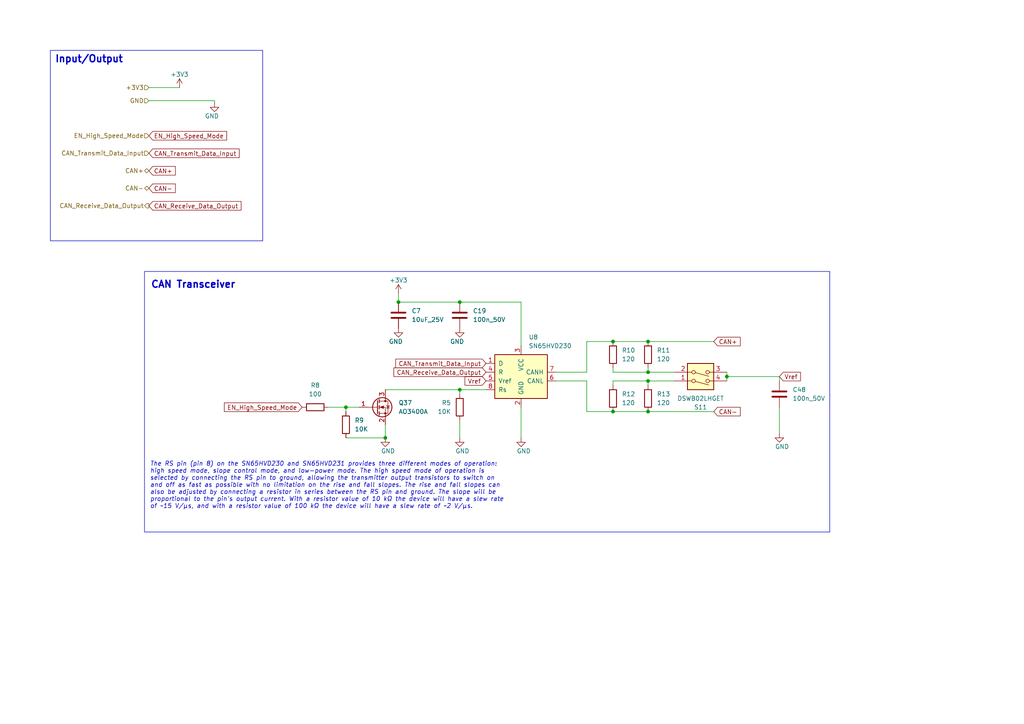
<source format=kicad_sch>
(kicad_sch (version 20231120) (generator "eeschema") (generator_version "8.0")
  (paper "A4")
  (lib_symbols
    (symbol "_C_0402:100n_50V" (pin_numbers hide) (pin_names (offset 0.254))
      (property "Reference" "C" (at 0.635 2.54 0))
      (property "Value" "100n_50V" (at 0.635 -2.54 0))
      (symbol "100n_50V_0_1"
        (polyline (pts (xy -2.032 -0.762) (xy 2.032 -0.762)) (stroke (width 0.508)))
        (polyline (pts (xy -2.032 0.762) (xy 2.032 0.762)) (stroke (width 0.508)))
      )
      (symbol "100n_50V_1_1"
        (pin passive line (at 0 3.81 270) (length 2.794) (name "~") (number "1"))
        (pin passive line (at 0 -3.81 90) (length 2.794) (name "~") (number "2"))
      )
    )
    (symbol "_C_0603:10uF_25V" (pin_numbers hide) (pin_names (offset 0.254))
      (property "Reference" "C" (at 0.635 2.54 0))
      (property "Value" "10uF_25V" (at 0.635 -2.54 0))
      (symbol "10uF_25V_0_1"
        (polyline (pts (xy -2.032 -0.762) (xy 2.032 -0.762)) (stroke (width 0.508)))
        (polyline (pts (xy -2.032 0.762) (xy 2.032 0.762)) (stroke (width 0.508)))
      )
      (symbol "10uF_25V_1_1"
        (pin passive line (at 0 3.81 270) (length 2.794) (name "~") (number "1"))
        (pin passive line (at 0 -3.81 90) (length 2.794) (name "~") (number "2"))
      )
    )
    (symbol "_Interface_CAN_LIN:SN65HVD230" (pin_names (offset 1.016))
      (property "Reference" "U" (at -2.54 10.16 0))
      (property "Value" "SN65HVD230" (at -2.54 7.62 0))
      (symbol "SN65HVD230_0_1"
        (rectangle (start -7.62 5.08) (end 7.62 -7.62) (stroke (width 0.254)) (fill (type background)))
      )
      (symbol "SN65HVD230_1_1"
        (pin input line (at -10.16 2.54 0) (length 2.54) (name "D") (number "1"))
        (pin power_in line (at 0 -10.16 90) (length 2.54) (name "GND") (number "2"))
        (pin power_in line (at 0 7.62 270) (length 2.54) (name "VCC") (number "3"))
        (pin output line (at -10.16 0 0) (length 2.54) (name "R") (number "4"))
        (pin output line (at -10.16 -2.54 0) (length 2.54) (name "Vref") (number "5"))
        (pin bidirectional line (at 10.16 -2.54 180) (length 2.54) (name "CANL") (number "6"))
        (pin bidirectional line (at 10.16 0 180) (length 2.54) (name "CANH") (number "7"))
        (pin input line (at -10.16 -5.08 0) (length 2.54) (name "Rs") (number "8"))
      )
    )
    (symbol "_R_0402:100" (pin_numbers hide) (pin_names (offset 0))
      (property "Reference" "R" (at 2.032 0 90))
      (property "Value" "100" (at 0 0 90))
      (symbol "100_0_1"
        (rectangle (start -1.016 -2.54) (end 1.016 2.54) (stroke (width 0.254)))
      )
      (symbol "100_1_1"
        (pin passive line (at 0 3.81 270) (length 1.27) (name "~") (number "1"))
        (pin passive line (at 0 -3.81 90) (length 1.27) (name "~") (number "2"))
      )
    )
    (symbol "_R_0402:10K" (pin_numbers hide) (pin_names (offset 0))
      (property "Reference" "R" (at 2.032 0 90))
      (property "Value" "10K" (at 0 0 90))
      (symbol "10K_0_1"
        (rectangle (start -1.016 -2.54) (end 1.016 2.54) (stroke (width 0.254)))
      )
      (symbol "10K_1_1"
        (pin passive line (at 0 3.81 270) (length 1.27) (name "~") (number "1"))
        (pin passive line (at 0 -3.81 90) (length 1.27) (name "~") (number "2"))
      )
    )
    (symbol "_R_0402:120" (pin_numbers hide) (pin_names (offset 0))
      (property "Reference" "R" (at 2.032 0 90))
      (property "Value" "120" (at 0 0 90))
      (symbol "120_0_1"
        (rectangle (start -1.016 -2.54) (end 1.016 2.54) (stroke (width 0.254)))
      )
      (symbol "120_1_1"
        (pin passive line (at 0 3.81 270) (length 1.27) (name "~") (number "1"))
        (pin passive line (at 0 -3.81 90) (length 1.27) (name "~") (number "2"))
      )
    )
    (symbol "_R_0603:10K" (pin_numbers hide) (pin_names (offset 0))
      (property "Reference" "R" (at 2.032 0 90))
      (property "Value" "10K" (at 0 0 90))
      (symbol "10K_0_1"
        (rectangle (start -1.016 -2.54) (end 1.016 2.54) (stroke (width 0.254)))
      )
      (symbol "10K_1_1"
        (pin passive line (at 0 3.81 270) (length 1.27) (name "~") (number "1"))
        (pin passive line (at 0 -3.81 90) (length 1.27) (name "~") (number "2"))
      )
    )
    (symbol "_Switch:DSWB02LHGET" (pin_names (offset 0) hide)
      (property "Reference" "S" (at 0 6.35 0))
      (property "Value" "DSWB02LHGET" (at 0 -3.81 0))
      (symbol "DSWB02LHGET_0_0"
        (circle (center -2.032 0) (radius 0.508))
        (circle (center -2.032 2.54) (radius 0.508))
        (polyline (pts (xy -1.524 0.127) (xy 2.3622 1.1684)))
        (polyline (pts (xy -1.524 2.667) (xy 2.3622 3.7084)))
        (circle (center 2.032 0) (radius 0.508))
        (circle (center 2.032 2.54) (radius 0.508))
      )
      (symbol "DSWB02LHGET_0_1"
        (rectangle (start -3.81 5.08) (end 3.81 -2.54) (stroke (width 0.254)) (fill (type background)))
      )
      (symbol "DSWB02LHGET_1_1"
        (pin passive line (at -7.62 2.54 0) (length 5.08) (name "~") (number "1"))
        (pin passive line (at -7.62 0 0) (length 5.08) (name "~") (number "2"))
        (pin passive line (at 7.62 0 180) (length 5.08) (name "~") (number "3"))
        (pin passive line (at 7.62 2.54 180) (length 5.08) (name "~") (number "4"))
      )
    )
    (symbol "_Transistor_FET:AO3400A" (pin_names hide)
      (property "Reference" "Q" (at 5.08 1.905 0))
      (property "Value" "AO3400A" (at 5.08 0 0))
      (symbol "AO3400A_0_1"
        (polyline (pts (xy 0.254 0) (xy -2.54 0)))
        (polyline (pts (xy 0.254 1.905) (xy 0.254 -1.905)) (stroke (width 0.254)))
        (polyline (pts (xy 0.762 -1.27) (xy 0.762 -2.286)) (stroke (width 0.254)))
        (polyline (pts (xy 0.762 0.508) (xy 0.762 -0.508)) (stroke (width 0.254)))
        (polyline (pts (xy 0.762 2.286) (xy 0.762 1.27)) (stroke (width 0.254)))
        (polyline (pts (xy 2.54 2.54) (xy 2.54 1.778)))
        (polyline (pts (xy 2.54 -2.54) (xy 2.54 0) (xy 0.762 0)))
        (polyline (pts (xy 0.762 -1.778) (xy 3.302 -1.778) (xy 3.302 1.778) (xy 0.762 1.778)))
        (polyline (pts (xy 1.016 0) (xy 2.032 0.381) (xy 2.032 -0.381) (xy 1.016 0)) (fill (type outline)))
        (polyline (pts (xy 2.794 0.508) (xy 2.921 0.381) (xy 3.683 0.381) (xy 3.81 0.254)))
        (polyline (pts (xy 3.302 0.381) (xy 2.921 -0.254) (xy 3.683 -0.254) (xy 3.302 0.381)))
        (circle (center 1.651 0) (radius 2.794) (stroke (width 0.254)))
        (circle (center 2.54 -1.778) (radius 0.254) (fill (type outline)))
        (circle (center 2.54 1.778) (radius 0.254) (fill (type outline)))
      )
      (symbol "AO3400A_1_1"
        (pin input line (at -5.08 0 0) (length 2.54) (name "G") (number "1"))
        (pin passive line (at 2.54 -5.08 90) (length 2.54) (name "S") (number "2"))
        (pin passive line (at 2.54 5.08 270) (length 2.54) (name "D") (number "3"))
      )
    )
    (symbol "power:+3V3" (power) (pin_names (offset 0))
      (property "Value" "+3V3" (at 0 3.556 0))
      (symbol "+3V3_0_1"
        (polyline (pts (xy -0.762 1.27) (xy 0 2.54)))
        (polyline (pts (xy 0 0) (xy 0 2.54)))
        (polyline (pts (xy 0 2.54) (xy 0.762 1.27)))
      )
      (symbol "+3V3_1_1"
        (pin power_in line (at 0 0 90) (length 0) hide (name "+3V3") (number "1"))
      )
    )
    (symbol "power:GND" (power) (pin_names (offset 0))
      (property "Value" "GND" (at 0 -3.81 0))
      (symbol "GND_0_1"
        (polyline (pts (xy 0 0) (xy 0 -1.27) (xy 1.27 -1.27) (xy 0 -2.54) (xy -1.27 -1.27) (xy 0 -1.27)))
      )
      (symbol "GND_1_1"
        (pin power_in line (at 0 0 270) (length 0) hide (name "GND") (number "1"))
      )
    )
  )
  (junction (at 187.96 119.38))
  (junction (at 187.96 110.49))
  (junction (at 133.35 113.03))
  (junction (at 187.96 107.95))
  (junction (at 115.57 87.63))
  (junction (at 187.96 99.06))
  (junction (at 177.8 99.06))
  (junction (at 111.76 127))
  (junction (at 133.35 87.63))
  (junction (at 177.8 119.38))
  (junction (at 100.33 118.11))
  (junction (at 210.82 109.22))
  (wire (pts (xy 210.82 107.95) (xy 210.82 109.22)))
  (wire (pts (xy 151.13 118.11) (xy 151.13 127)))
  (wire (pts (xy 133.35 113.03) (xy 133.35 114.3)))
  (wire (pts (xy 100.33 118.11) (xy 100.33 119.38)))
  (wire (pts (xy 177.8 99.06) (xy 187.96 99.06)))
  (wire (pts (xy 161.29 110.49) (xy 170.18 110.49)))
  (wire (pts (xy 111.76 123.19) (xy 111.76 127)))
  (wire (pts (xy 100.33 127) (xy 111.76 127)))
  (wire (pts (xy 133.35 113.03) (xy 140.97 113.03)))
  (wire (pts (xy 170.18 110.49) (xy 170.18 119.38)))
  (wire (pts (xy 62.23 29.21) (xy 62.23 29.845)))
  (wire (pts (xy 177.8 107.95) (xy 187.96 107.95)))
  (wire (pts (xy 115.57 85.09) (xy 115.57 87.63)))
  (wire (pts (xy 210.82 109.22) (xy 226.06 109.22)))
  (wire (pts (xy 226.06 109.22) (xy 226.06 110.49)))
  (wire (pts (xy 161.29 107.95) (xy 170.18 107.95)))
  (wire (pts (xy 177.8 110.49) (xy 177.8 111.76)))
  (wire (pts (xy 210.82 109.22) (xy 210.82 110.49)))
  (wire (pts (xy 177.8 119.38) (xy 187.96 119.38)))
  (wire (pts (xy 187.96 110.49) (xy 195.58 110.49)))
  (wire (pts (xy 133.35 127) (xy 133.35 121.92)))
  (wire (pts (xy 151.13 87.63) (xy 151.13 100.33)))
  (wire (pts (xy 177.8 106.68) (xy 177.8 107.95)))
  (wire (pts (xy 177.8 110.49) (xy 187.96 110.49)))
  (wire (pts (xy 43.18 29.21) (xy 62.23 29.21)))
  (wire (pts (xy 187.96 99.06) (xy 207.01 99.06)))
  (wire (pts (xy 133.35 113.03) (xy 111.76 113.03)))
  (wire (pts (xy 133.35 87.63) (xy 151.13 87.63)))
  (wire (pts (xy 170.18 119.38) (xy 177.8 119.38)))
  (wire (pts (xy 43.18 25.4) (xy 52.07 25.4)))
  (wire (pts (xy 104.14 118.11) (xy 100.33 118.11)))
  (wire (pts (xy 187.96 119.38) (xy 207.01 119.38)))
  (wire (pts (xy 170.18 107.95) (xy 170.18 99.06)))
  (wire (pts (xy 187.96 106.68) (xy 187.96 107.95)))
  (wire (pts (xy 170.18 99.06) (xy 177.8 99.06)))
  (wire (pts (xy 226.06 125.73) (xy 226.06 118.11)))
  (wire (pts (xy 187.96 107.95) (xy 195.58 107.95)))
  (wire (pts (xy 187.96 110.49) (xy 187.96 111.76)))
  (wire (pts (xy 95.25 118.11) (xy 100.33 118.11)))
  (wire (pts (xy 115.57 87.63) (xy 133.35 87.63)))
  (rectangle (start 14.605 14.605) (end 76.2 69.85))
  (rectangle (start 41.91 78.74) (end 240.665 154.305))
  (text_box "The RS pin (pin 8) on the SN65HVD230 and SN65HVD231 provides three different modes of operation: high speed mode, slope control mode, and low-power mode. The high speed mode of operation is selected by connecting the RS pin to ground, allowing the transmitter output transistors to switch on and off as fast as possible with no limitation on the rise and fall slopes. The rise and fall slopes can also be adjusted by connecting a resistor in series between the RS pin and ground. The slope will be proportional to the pin's output current. With a resistor value of 10 kΩ the device will have a slew rate of ~15 V/μs, and with a resistor value of 100 kΩ the device will have a slew rate of ~2 V/μs." (at 42.545 132.715 0) (size 106.045 18.288) (stroke (width -0.0001)) (effects (font (size 1.27 1.27) (italic yes)) (justify left top)))
  (text "CAN Transceiver" (at 43.688 83.82 0) (effects (font (size 2 2) (thickness 0.4) (bold yes)) (justify left bottom)))
  (text "Input/Output" (at 15.875 18.415 0) (effects (font (size 2 2) (thickness 0.4) (bold yes)) (justify left bottom)))
  (global_label "EN_High_Speed_Mode" (shape input) (at 87.63 118.11 180) (property "Intersheetrefs" "${INTERSHEET_REFS}" (effects (hide yes))))
  (global_label "CAN+" (shape input) (at 43.18 49.53 0) (property "Intersheetrefs" "${INTERSHEET_REFS}" (effects (hide yes))))
  (global_label "Vref" (shape input) (at 226.06 109.22 0) (property "Intersheetrefs" "${INTERSHEET_REFS}" (effects (hide yes))))
  (global_label "CAN-" (shape input) (at 207.01 119.38 0) (property "Intersheetrefs" "${INTERSHEET_REFS}" (effects (hide yes))))
  (global_label "CAN+" (shape input) (at 207.01 99.06 0) (property "Intersheetrefs" "${INTERSHEET_REFS}" (effects (hide yes))))
  (global_label "CAN_Transmit_Data_Input" (shape input) (at 43.18 44.45 0) (property "Intersheetrefs" "${INTERSHEET_REFS}" (effects (hide yes))))
  (global_label "CAN_Receive_Data_Output" (shape input) (at 43.18 59.69 0) (property "Intersheetrefs" "${INTERSHEET_REFS}" (effects (hide yes))))
  (global_label "Vref" (shape input) (at 140.97 110.49 180) (property "Intersheetrefs" "${INTERSHEET_REFS}" (effects (hide yes))))
  (global_label "CAN-" (shape input) (at 43.18 54.61 0) (property "Intersheetrefs" "${INTERSHEET_REFS}" (effects (hide yes))))
  (global_label "EN_High_Speed_Mode" (shape input) (at 43.18 39.37 0) (property "Intersheetrefs" "${INTERSHEET_REFS}" (effects (hide yes))))
  (global_label "CAN_Transmit_Data_Input" (shape input) (at 140.97 105.41 180) (property "Intersheetrefs" "${INTERSHEET_REFS}" (effects (hide yes))))
  (global_label "CAN_Receive_Data_Output" (shape input) (at 140.97 107.95 180) (property "Intersheetrefs" "${INTERSHEET_REFS}" (effects (hide yes))))
  (hierarchical_label "GND" (shape input) (at 43.18 29.21 180))
  (hierarchical_label "CAN+" (shape bidirectional) (at 43.18 49.53 180))
  (hierarchical_label "CAN-" (shape bidirectional) (at 43.18 54.61 180))
  (hierarchical_label "CAN_Transmit_Data_Input" (shape input) (at 43.18 44.45 180))
  (hierarchical_label "CAN_Receive_Data_Output" (shape output) (at 43.18 59.69 180))
  (hierarchical_label "+3V3" (shape input) (at 43.18 25.4 180))
  (hierarchical_label "EN_High_Speed_Mode" (shape input) (at 43.18 39.37 180))
  (symbol (lib_id "_C_0402:100n_50V") (at 133.35 91.44 180) (unit 1)
    (property "Reference" "C19" (at 137.16 90.1699 0) (effects (justify right)))
    (property "Value" "100n_50V" (at 137.16 92.7099 0) (effects (justify right)))
    (property "Footprint" "Capacitor_SMD:C_0402_1005Metric" (effects (hide yes)))
    (property "Datasheet" "https://product.samsungsem.com/mlcc/CL05B104KB54PN.do" (effects (hide yes)))
    (property "MF" "Samsung Electro-Mechanics" (effects (hide yes)))
    (property "MPN" "CL05B104KB54PNC" (effects (hide yes)))
    (property "OC_LCSC" "C307331" (effects (hide yes)))
  )
  (symbol (lib_id "_R_0402:10K") (at 100.33 123.19 0) (unit 1)
    (property "Reference" "R9" (at 102.87 121.9199 0) (effects (justify left)))
    (property "Value" "10K" (at 102.87 124.4599 0) (effects (justify left)))
    (property "Footprint" "Resistor_SMD:R_0402_1005Metric" (effects (hide yes)))
    (property "Description" "Resistor 10K 1% 62.5mW 50V 0402" (effects (hide yes)))
    (property "MF" "UNI-ROYAL" (effects (hide yes)))
    (property "MPN" "0402WGF1002TCE" (effects (hide yes)))
    (property "OC_LCSC" "C25744" (effects (hide yes)))
  )
  (symbol (lib_id "_R_0402:120") (at 187.96 115.57 0) (unit 1)
    (property "Reference" "R13" (at 190.5 114.2999 0) (effects (justify left)))
    (property "Value" "120" (at 190.5 116.8399 0) (effects (justify left)))
    (property "Footprint" "Resistor_SMD:R_0402_1005Metric" (effects (hide yes)))
    (property "Description" "Resistor 120 1% 62.5mW 50V 0402" (effects (hide yes)))
    (property "MF" "UNI-ROYAL" (effects (hide yes)))
    (property "MPN" "0402WGF1200TCE" (effects (hide yes)))
    (property "OC_LCSC" "C25079" (effects (hide yes)))
  )
  (symbol (lib_id "_Switch:DSWB02LHGET") (at 203.2 107.95 0) (mirror x) (unit 1)
    (property "Reference" "S11" (at 203.2 118.11 0))
    (property "Value" "DSWB02LHGET" (at 203.2 115.57 0))
    (property "Footprint" "Robast:DSWB02LHGET" (effects (hide yes)))
    (property "Datasheet" "https://datasheet.lcsc.com/lcsc/2309061745_DongGuan-KINGTEK-Industrial-Co--LTD-DSWB02LHGET_C99421.pdf" (effects (hide yes)))
    (property "Description" "2Bit SPST Red Slide" (effects (hide yes)))
    (property "MF" "DongGuan KINGTEK Industrial Co.,LTD" (effects (hide yes)))
    (property "MPN" "DSWB02LHGET" (effects (hide yes)))
    (property "OC_LCSC" "C99421" (effects (hide yes)))
  )
  (symbol (lib_id "_C_0402:100n_50V") (at 226.06 114.3 0) (unit 1)
    (property "Reference" "C48" (at 229.87 113.0299 0) (effects (justify left)))
    (property "Value" "100n_50V" (at 229.87 115.5699 0) (effects (justify left)))
    (property "Footprint" "Capacitor_SMD:C_0402_1005Metric" (effects (hide yes)))
    (property "Datasheet" "https://product.samsungsem.com/mlcc/CL05B104KB54PN.do" (effects (hide yes)))
    (property "MF" "Samsung Electro-Mechanics" (effects (hide yes)))
    (property "MPN" "CL05B104KB54PNC" (effects (hide yes)))
    (property "OC_LCSC" "C307331" (effects (hide yes)))
  )
  (symbol (lib_id "power:GND") (at 111.76 127 0) (unit 1)
    (property "Reference" "#PWR0163" (effects (hide yes)))
    (property "Value" "GND" (at 110.49 130.81 0) (effects (justify left)))
  )
  (symbol (lib_id "power:GND") (at 115.57 95.25 0) (mirror y) (unit 1)
    (property "Reference" "#PWR050" (effects (hide yes)))
    (property "Value" "GND" (at 116.84 99.06 0) (effects (justify left)))
  )
  (symbol (lib_id "_C_0603:10uF_25V") (at 115.57 91.44 0) (unit 1)
    (property "Reference" "C7" (at 119.38 90.1699 0) (effects (justify left)))
    (property "Value" "10uF_25V" (at 119.38 92.7099 0) (effects (justify left)))
    (property "Footprint" "Capacitor_SMD:C_0603_1608Metric" (effects (hide yes)))
    (property "Datasheet" "https://product.samsungsem.com/mlcc/CL10A106MA8NRN.do" (effects (hide yes)))
    (property "Description" "Capacitor 10uF 25V X5R 20% 0603" (effects (hide yes)))
    (property "MF" "Samsung Electro-Mechanics" (effects (hide yes)))
    (property "MPN" "CL10A106MA8NRNC" (effects (hide yes)))
    (property "OC_LCSC" "C96446" (effects (hide yes)))
  )
  (symbol (lib_id "power:+3V3") (at 115.57 85.09 0) (unit 1)
    (property "Reference" "#PWR044" (effects (hide yes)))
    (property "Value" "+3V3" (at 115.57 81.28 0))
  )
  (symbol (lib_id "power:GND") (at 133.35 127 0) (unit 1)
    (property "Reference" "#PWR036" (effects (hide yes)))
    (property "Value" "GND" (at 132.08 130.81 0) (effects (justify left)))
  )
  (symbol (lib_id "power:GND") (at 226.06 125.73 0) (unit 1)
    (property "Reference" "#PWR04" (effects (hide yes)))
    (property "Value" "GND" (at 224.79 129.54 0) (effects (justify left)))
  )
  (symbol (lib_id "_R_0402:120") (at 177.8 115.57 0) (unit 1)
    (property "Reference" "R12" (at 180.34 114.2999 0) (effects (justify left)))
    (property "Value" "120" (at 180.34 116.8399 0) (effects (justify left)))
    (property "Footprint" "Resistor_SMD:R_0402_1005Metric" (effects (hide yes)))
    (property "Description" "Resistor 120 1% 62.5mW 50V 0402" (effects (hide yes)))
    (property "MF" "UNI-ROYAL" (effects (hide yes)))
    (property "MPN" "0402WGF1200TCE" (effects (hide yes)))
    (property "OC_LCSC" "C25079" (effects (hide yes)))
  )
  (symbol (lib_id "power:GND") (at 133.35 95.25 0) (mirror y) (unit 1)
    (property "Reference" "#PWR038" (effects (hide yes)))
    (property "Value" "GND" (at 134.62 99.06 0) (effects (justify left)))
  )
  (symbol (lib_id "_R_0402:120") (at 177.8 102.87 0) (unit 1)
    (property "Reference" "R10" (at 180.34 101.5999 0) (effects (justify left)))
    (property "Value" "120" (at 180.34 104.1399 0) (effects (justify left)))
    (property "Footprint" "Resistor_SMD:R_0402_1005Metric" (effects (hide yes)))
    (property "Description" "Resistor 120 1% 62.5mW 50V 0402" (effects (hide yes)))
    (property "MF" "UNI-ROYAL" (effects (hide yes)))
    (property "MPN" "0402WGF1200TCE" (effects (hide yes)))
    (property "OC_LCSC" "C25079" (effects (hide yes)))
  )
  (symbol (lib_id "_Interface_CAN_LIN:SN65HVD230") (at 151.13 107.95 0) (unit 1)
    (property "Reference" "U8" (at 153.3241 97.79 0) (effects (justify left)))
    (property "Value" "SN65HVD230" (at 153.3241 100.33 0) (effects (justify left)))
    (property "Footprint" "Package_SO:SOIC-8_3.9x4.9mm_P1.27mm" (effects (hide yes)))
    (property "Datasheet" "http://www.ti.com/lit/ds/symlink/sn65hvd230.pdf" (effects (hide yes)))
    (property "Description" "CAN Bus Transceivers, 3.3V, 1Mbps, Low-Power capabilities, SOIC-8" (effects (hide yes)))
    (property "MF" "TI" (effects (hide yes)))
    (property "MPN" "SN65HVD230DR" (effects (hide yes)))
    (property "OC_LCSC" "C12084" (effects (hide yes)))
  )
  (symbol (lib_id "power:+3V3") (at 52.07 25.4 0) (unit 1)
    (property "Reference" "#PWR035" (effects (hide yes)))
    (property "Value" "+3V3" (at 52.07 21.59 0))
  )
  (symbol (lib_id "power:GND") (at 151.13 127 0) (unit 1)
    (property "Reference" "#PWR052" (effects (hide yes)))
    (property "Value" "GND" (at 149.86 130.81 0) (effects (justify left)))
  )
  (symbol (lib_id "_R_0402:120") (at 187.96 102.87 0) (unit 1)
    (property "Reference" "R11" (at 190.5 101.5999 0) (effects (justify left)))
    (property "Value" "120" (at 190.5 104.1399 0) (effects (justify left)))
    (property "Footprint" "Resistor_SMD:R_0402_1005Metric" (effects (hide yes)))
    (property "Description" "Resistor 120 1% 62.5mW 50V 0402" (effects (hide yes)))
    (property "MF" "UNI-ROYAL" (effects (hide yes)))
    (property "MPN" "0402WGF1200TCE" (effects (hide yes)))
    (property "OC_LCSC" "C25079" (effects (hide yes)))
  )
  (symbol (lib_id "power:GND") (at 62.23 29.845 0) (mirror y) (unit 1)
    (property "Reference" "#PWR037" (effects (hide yes)))
    (property "Value" "GND" (at 63.5 33.655 0) (effects (justify left)))
  )
  (symbol (lib_id "_Transistor_FET:AO3400A") (at 109.22 118.11 0) (unit 1)
    (property "Reference" "Q37" (at 115.57 116.8399 0) (effects (justify left)))
    (property "Value" "AO3400A" (at 115.57 119.3799 0) (effects (justify left)))
    (property "Footprint" "Package_TO_SOT_SMD:SOT-23" (effects (hide yes)))
    (property "Datasheet" "https://datasheet.lcsc.com/lcsc/1811081213_Alpha---Omega-Semicon-AO3400A_C20917.pdf" (effects (hide yes)))
    (property "Description" "30V 5.7A 26.5mΩ@10V,5.7A 1.4W N Channel SOT-23-3L MOSFET" (effects (hide yes)))
    (property "MF" "Alpha & Omega Semicon" (effects (hide yes)))
    (property "MPN" "AO3400A" (effects (hide yes)))
    (property "OC_LCSC" "C20917" (effects (hide yes)))
  )
  (symbol (lib_id "_R_0603:10K") (at 133.35 118.11 0) (mirror x) (unit 1)
    (property "Reference" "R5" (at 130.81 116.8399 0) (effects (justify right)))
    (property "Value" "10K" (at 130.81 119.3799 0) (effects (justify right)))
    (property "Footprint" "Resistor_SMD:R_0603_1608Metric" (effects (hide yes)))
    (property "Description" "Resistor 10K 1% 100mW 75V 0603" (effects (hide yes)))
    (property "MF" "UNI-ROYAL" (effects (hide yes)))
    (property "MPN" "0603WAF1002T5E" (effects (hide yes)))
    (property "OC_LCSC" "C25804" (effects (hide yes)))
  )
  (symbol (lib_id "_R_0402:100") (at 91.44 118.11 90) (unit 1)
    (property "Reference" "R8" (at 91.44 111.76 90))
    (property "Value" "100" (at 91.44 114.3 90))
    (property "Footprint" "Resistor_SMD:R_0402_1005Metric" (effects (hide yes)))
    (property "Description" "Resistor 100 1% 62.5mW 50V 0402" (effects (hide yes)))
    (property "MF" "UNI-ROYAL" (effects (hide yes)))
    (property "MPN" "0402WGF1000TCE" (effects (hide yes)))
    (property "OC_LCSC" "C25076" (effects (hide yes)))
  )
)
</source>
